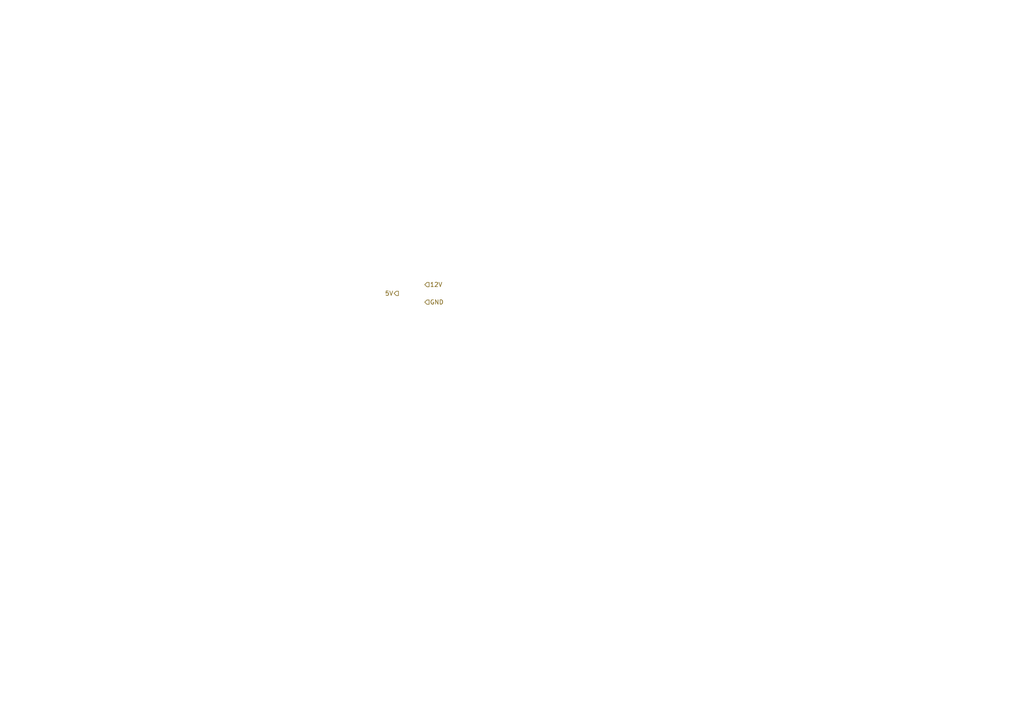
<source format=kicad_sch>
(kicad_sch
	(version 20231120)
	(generator "eeschema")
	(generator_version "8.0")
	(uuid "0d6b77e1-59b3-4d76-af29-b7bdb8335cf7")
	(paper "A4")
	(lib_symbols)
	(hierarchical_label "12V"
		(shape input)
		(at 123.19 82.55 0)
		(fields_autoplaced yes)
		(effects
			(font
				(size 1.27 1.27)
			)
			(justify left)
		)
		(uuid "01d62623-6de5-4d40-823b-70c194443b1f")
	)
	(hierarchical_label "GND"
		(shape input)
		(at 123.19 87.63 0)
		(fields_autoplaced yes)
		(effects
			(font
				(size 1.27 1.27)
			)
			(justify left)
		)
		(uuid "30a56300-27ea-45c5-9041-9a42df584ba7")
	)
	(hierarchical_label "5V"
		(shape output)
		(at 115.57 85.09 180)
		(fields_autoplaced yes)
		(effects
			(font
				(size 1.27 1.27)
			)
			(justify right)
		)
		(uuid "503010de-0ead-4994-9194-a91a69f195d2")
	)
)
</source>
